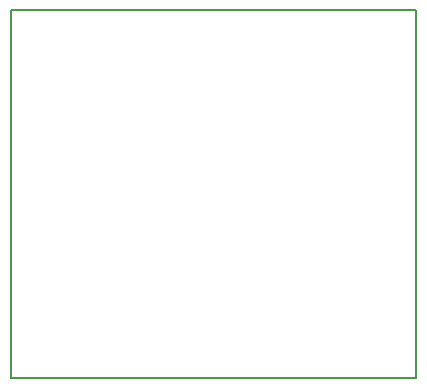
<source format=gm1>
%TF.GenerationSoftware,KiCad,Pcbnew,7.0.7*%
%TF.CreationDate,2023-09-21T08:57:23-06:00*%
%TF.ProjectId,magTable,6d616754-6162-46c6-952e-6b696361645f,rev?*%
%TF.SameCoordinates,Original*%
%TF.FileFunction,Profile,NP*%
%FSLAX46Y46*%
G04 Gerber Fmt 4.6, Leading zero omitted, Abs format (unit mm)*
G04 Created by KiCad (PCBNEW 7.0.7) date 2023-09-21 08:57:23*
%MOMM*%
%LPD*%
G01*
G04 APERTURE LIST*
%TA.AperFunction,Profile*%
%ADD10C,0.150000*%
%TD*%
G04 APERTURE END LIST*
D10*
X123810000Y-79375000D02*
X158115000Y-79375000D01*
X158115000Y-110490000D01*
X123810000Y-110490000D01*
X123810000Y-79375000D01*
M02*

</source>
